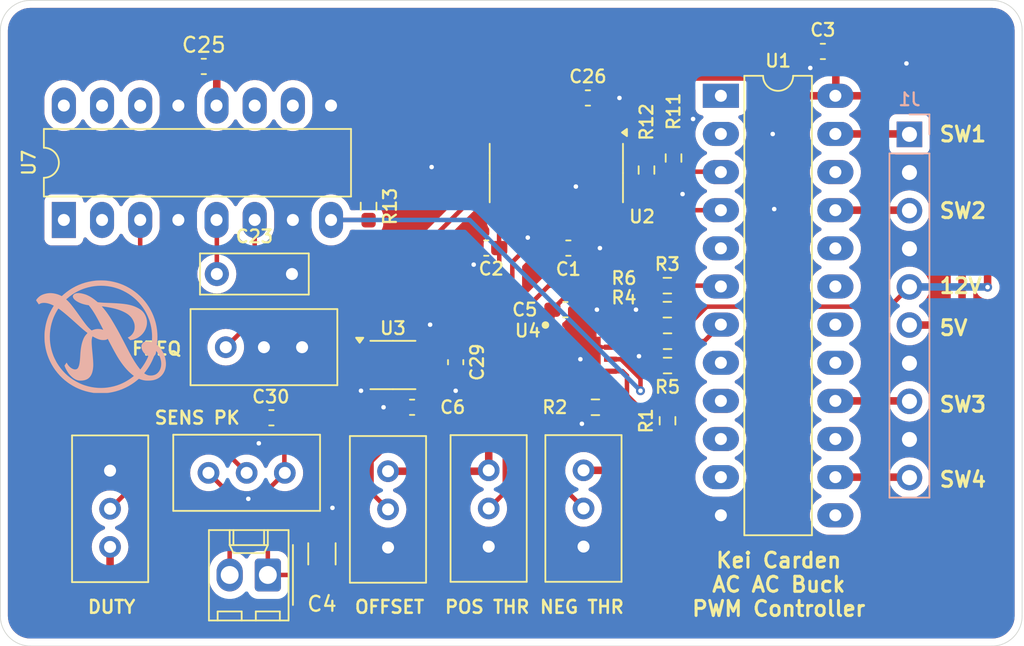
<source format=kicad_pcb>
(kicad_pcb (version 20240108) (generator "pcbnew") (generator_version "8.0")
  (layers (0 "F.Cu" signal) (31 "B.Cu" signal) (34 "B.Paste" user) (35 "F.Paste" user) (36 "B.SilkS" user "B.Silkscreen") (37 "F.SilkS" user "F.Silkscreen") (38 "B.Mask" user) (39 "F.Mask" user) (44 "Edge.Cuts" user))
  (net 0 "")
  (net 1 "GND")
  (net 2 "+12V")
  (net 3 "+5V")
  (net 4 "/PWM")
  (net 5 "Net-(U7-CT)")
  (net 6 "Net-(U7-RT)")
  (net 7 "Net-(U7-FB)")
  (net 8 "/PWMB_1")
  (net 9 "/PWMB_2")
  (net 10 "/PWMA_2")
  (net 11 "/NEG_SIG")
  (net 12 "/PWMA_1")
  (net 13 "/POS_SIG")
  (net 14 "Net-(U2C-+)")
  (net 15 "Net-(U2D--)")
  (net 16 "/VOLT_SIGNAL")
  (net 17 "Net-(U3B-+)")
  (net 18 "/enable")
  (net 19 "Net-(U4-RDT)")
  (net 22 "/PWM_2")
  (net 24 "/PWM_1")
  (net 25 "/VOLT_SIGNAL_BUFF")
  (net 45 "Net-(U4-HO)")
  (net 46 "Net-(U4-LO)")
  (net 47 "Net-(J6-Pin_2)")
  (net 48 "Net-(J6-Pin_1)")
  (footprint "Capacitor_SMD:C_0603_1608Metric_Pad1.08x0.95mm_HandSolder" (layer "F.Cu") (at 132.0375 102.8 180)
    (property "Reference" "C30" (at 0.0375 1.4 360) (layer "F.SilkS") (effects (font (size 0.85 0.85))))
    (property "Value" "100n")
    (pad "1" smd roundrect (at -0.8625 0 180) (size 1.075 0.95) (layers "F.Cu" "F.Paste" "F.Mask") (net 48 "Net-(J6-Pin_1)"))
    (pad "2" smd roundrect (at 0.8625 0 180) (size 1.075 0.95) (layers "F.Cu" "F.Paste" "F.Mask") (net 1 "GND"))
  )
  (footprint "Capacitor_SMD:C_0603_1608Metric_Pad1.08x0.95mm_HandSolder" (layer "F.Cu") (at 151.6 95.6 180)
    (property "Reference" "C5" (at 2.7 0 360) (layer "F.SilkS") (effects (font (size 0.85 0.85))))
    (property "Value" "1u")
    (pad "1" smd roundrect (at -0.8625 0 180) (size 1.075 0.95) (layers "F.Cu" "F.Paste" "F.Mask") (net 1 "GND"))
    (pad "2" smd roundrect (at 0.8625 0 180) (size 1.075 0.95) (layers "F.Cu" "F.Paste" "F.Mask") (net 2 "+12V"))
  )
  (footprint "Capacitor_SMD:C_0603_1608Metric_Pad1.08x0.95mm_HandSolder" (layer "F.Cu") (at 168.7375 78.4)
    (property "Reference" "C3" (at 0 -1.43 0) (layer "F.SilkS") (effects (font (size 0.85 0.85))))
    (property "Value" "100n")
    (pad "1" smd roundrect (at -0.8625 0) (size 1.075 0.95) (layers "F.Cu" "F.Paste" "F.Mask") (net 1 "GND"))
    (pad "2" smd roundrect (at 0.8625 0) (size 1.075 0.95) (layers "F.Cu" "F.Paste" "F.Mask") (net 3 "+5V"))
  )
  (footprint "logo:logo" (layer "F.Cu") (at 120.407023 98.59219)
    (property "Reference" "G***" (hide yes))
    (property "Value" "LOGO" (hide yes))
  )
  (footprint "Resistor_SMD:R_0603_1608Metric_Pad0.98x0.95mm_HandSolder" (layer "F.Cu") (at 157 86.3 -90)
    (property "Reference" "R12" (at -3.2 0 90) (layer "F.SilkS") (effects (font (size 0.85 0.85))))
    (property "Value" "1k")
    (pad "1" smd roundrect (at -0.9125 0 270) (size 0.975 0.95) (layers "F.Cu" "F.Paste" "F.Mask") (net 3 "+5V"))
    (pad "2" smd roundrect (at 0.9125 0 270) (size 0.975 0.95) (layers "F.Cu" "F.Paste" "F.Mask") (net 11 "/NEG_SIG"))
  )
  (footprint "Resistor_SMD:R_0603_1608Metric_Pad0.98x0.95mm_HandSolder" (layer "F.Cu") (at 158.4 99.32 180)
    (property "Reference" "R5" (at 0 -1.43 360) (layer "F.SilkS") (effects (font (size 0.85 0.85))))
    (property "Value" "EN")
    (pad "1" smd roundrect (at -0.9125 0 180) (size 0.975 0.95) (layers "F.Cu" "F.Paste" "F.Mask") (net 22 "/PWM_2"))
    (pad "2" smd roundrect (at 0.9125 0 180) (size 0.975 0.95) (layers "F.Cu" "F.Paste" "F.Mask") (net 1 "GND"))
  )
  (footprint "Resistor_SMD:R_0603_1608Metric_Pad0.98x0.95mm_HandSolder" (layer "F.Cu") (at 153.6 102.1 180)
    (property "Reference" "R2" (at 2.7 0 360) (layer "F.SilkS") (effects (font (size 0.85 0.85))))
    (property "Value" "R")
    (pad "1" smd roundrect (at -0.9125 0 180) (size 0.975 0.95) (layers "F.Cu" "F.Paste" "F.Mask") (net 19 "Net-(U4-RDT)"))
    (pad "2" smd roundrect (at 0.9125 0 180) (size 0.975 0.95) (layers "F.Cu" "F.Paste" "F.Mask") (net 1 "GND"))
  )
  (footprint "Capacitor_SMD:C_0603_1608Metric_Pad1.08x0.95mm_HandSolder" (layer "F.Cu") (at 146.3375 91.5 180)
    (property "Reference" "C2" (at -0.3325 -1.375 360) (layer "F.SilkS") (effects (font (size 0.85 0.85))))
    (property "Value" "1u")
    (pad "1" smd roundrect (at -0.8625 0 180) (size 1.075 0.95) (layers "F.Cu" "F.Paste" "F.Mask") (net 15 "Net-(U2D--)"))
    (pad "2" smd roundrect (at 0.8625 0 180) (size 1.075 0.95) (layers "F.Cu" "F.Paste" "F.Mask") (net 1 "GND"))
  )
  (footprint "Potentiometer_THT:Potentiometer_Bourns_3296W_Vertical" (layer "F.Cu") (at 139.8 111.44 -90)
    (property "Reference" "OFFSET1" (hide yes))
    (property "Value" "10k")
    (property "Description" "OFFSET" (at 3.96 -0.1 0) (layer "F.SilkS") (effects (font (size 0.85 0.85) (thickness 0.17) (bold yes))))
    (pad "1" thru_hole circle (at 0 0 270) (size 1.44 1.44) (drill 0.8) (layers "*.Cu" "*.Mask") (net 1 "GND"))
    (pad "2" thru_hole circle (at -2.54 0 270) (size 1.44 1.44) (drill 0.8) (layers "*.Cu" "*.Mask") (net 17 "Net-(U3B-+)"))
    (pad "3" thru_hole circle (at -5.08 0 270) (size 1.44 1.44) (drill 0.8) (layers "*.Cu" "*.Mask") (net 3 "+5V"))
  )
  (footprint "Potentiometer_THT:Potentiometer_Bourns_3296W_Vertical" (layer "F.Cu") (at 152.81 111.38 -90)
    (property "Reference" "NEG_THRESH1" (hide yes))
    (property "Value" "10k")
    (property "Description" "NEG THR" (at 4.02 0.11 0) (layer "F.SilkS") (effects (font (size 0.85 0.85) (thickness 0.17) (bold yes))))
    (pad "1" thru_hole circle (at 0 0 270) (size 1.44 1.44) (drill 0.8) (layers "*.Cu" "*.Mask") (net 1 "GND"))
    (pad "2" thru_hole circle (at -2.54 0 270) (size 1.44 1.44) (drill 0.8) (layers "*.Cu" "*.Mask") (net 14 "Net-(U2C-+)"))
    (pad "3" thru_hole circle (at -5.08 0 270) (size 1.44 1.44) (drill 0.8) (layers "*.Cu" "*.Mask") (net 3 "+5V"))
  )
  (footprint "Capacitor_THT:C_Rect_L7.0mm_W2.5mm_P5.00mm" (layer "F.Cu") (at 128.405 93.225)
    (property "Reference" "C23" (at 2.5 -2.5 360) (layer "F.SilkS") (effects (font (size 0.85 0.85))))
    (property "Value" "10n")
    (pad "1" thru_hole circle (at 0 0) (size 1.6 1.6) (drill 0.8) (layers "*.Cu" "*.Mask") (net 5 "Net-(U7-CT)"))
    (pad "2" thru_hole circle (at 5 0) (size 1.6 1.6) (drill 0.8) (layers "*.Cu" "*.Mask") (net 1 "GND"))
  )
  (footprint "Potentiometer_THT:Potentiometer_Bourns_3296W_Vertical" (layer "F.Cu") (at 127.85 106.47 180)
    (property "Reference" "AC_VOLT_SIG1" (hide yes))
    (property "Value" "10k")
    (property "Description" "SENS PK" (at 0.75 3.67 0) (layer "F.SilkS") (effects (font (size 0.85 0.85) (thickness 0.17) (bold yes))))
    (pad "1" thru_hole circle (at 0 0 180) (size 1.44 1.44) (drill 0.8) (layers "*.Cu" "*.Mask") (net 47 "Net-(J6-Pin_2)"))
    (pad "2" thru_hole circle (at -2.54 0 180) (size 1.44 1.44) (drill 0.8) (layers "*.Cu" "*.Mask") (net 16 "/VOLT_SIGNAL"))
    (pad "3" thru_hole circle (at -5.08 0 180) (size 1.44 1.44) (drill 0.8) (layers "*.Cu" "*.Mask") (net 48 "Net-(J6-Pin_1)"))
  )
  (footprint "Capacitor_SMD:C_0603_1608Metric_Pad1.08x0.95mm_HandSolder" (layer "F.Cu") (at 144.3 99.1 -90)
    (property "Reference" "C29" (at 0 -1.43 90) (layer "F.SilkS") (effects (font (size 0.85 0.85))))
    (property "Value" "100n")
    (pad "1" smd roundrect (at -0.8625 0 270) (size 1.075 0.95) (layers "F.Cu" "F.Paste" "F.Mask") (net 3 "+5V"))
    (pad "2" smd roundrect (at 0.8625 0 270) (size 1.075 0.95) (layers "F.Cu" "F.Paste" "F.Mask") (net 1 "GND"))
  )
  (footprint "Potentiometer_THT:Potentiometer_Bourns_3296W_Vertical" (layer "F.Cu") (at 121.3 106.32 90)
    (property "Reference" "DUTY1" (hide yes))
    (property "Value" "50k")
    (property "Description" "DUTY" (at -9.08 0.1 0) (layer "F.SilkS") (effects (font (size 0.85 0.85) (thickness 0.17) (bold yes))))
    (pad "1" thru_hole circle (at 0 0 90) (size 1.44 1.44) (drill 0.8) (layers "*.Cu" "*.Mask") (net 1 "GND"))
    (pad "2" thru_hole circle (at -2.54 0 90) (size 1.44 1.44) (drill 0.8) (layers "*.Cu" "*.Mask") (net 7 "Net-(U7-FB)"))
    (pad "3" thru_hole circle (at -5.08 0 90) (size 1.44 1.44) (drill 0.8) (layers "*.Cu" "*.Mask") (net 3 "+5V"))
  )
  (footprint "Capacitor_SMD:C_0603_1608Metric_Pad1.08x0.95mm_HandSolder" (layer "F.Cu") (at 153.1 81.5)
    (property "Reference" "C26" (at 0 -1.43 0) (layer "F.SilkS") (effects (font (size 0.85 0.85))))
    (property "Value" "100n")
    (pad "1" smd roundrect (at -0.8625 0) (size 1.075 0.95) (layers "F.Cu" "F.Paste" "F.Mask") (net 3 "+5V"))
    (pad "2" smd roundrect (at 0.8625 0) (size 1.075 0.95) (layers "F.Cu" "F.Paste" "F.Mask") (net 1 "GND"))
  )
  (footprint "Package_DIP:DIP-16_W7.62mm_LongPads" (layer "F.Cu") (at 118.225 89.625 90)
    (property "Reference" "U7" (at 3.81 -2.33 90) (layer "F.SilkS") (effects (font (size 0.85 0.85))))
    (property "Value" "TL494")
    (pad "1" thru_hole rect (at 0 0 90) (size 2.4 1.6) (drill 0.8) (layers "*.Cu" "*.Mask"))
    (pad "2" thru_hole oval (at 0 2.54 90) (size 2.4 1.6) (drill 0.8) (layers "*.Cu" "*.Mask"))
    (pad "3" thru_hole oval (at 0 5.08 90) (size 2.4 1.6) (drill 0.8) (layers "*.Cu" "*.Mask") (net 7 "Net-(U7-FB)"))
    (pad "4" thru_hole oval (at 0 7.62 90) (size 2.4 1.6) (drill 0.8) (layers "*.Cu" "*.Mask") (net 1 "GND"))
    (pad "5" thru_hole oval (at 0 10.16 90) (size 2.4 1.6) (drill 0.8) (layers "*.Cu" "*.Mask") (net 5 "Net-(U7-CT)"))
    (pad "6" thru_hole oval (at 0 12.7 90) (size 2.4 1.6) (drill 0.8) (layers "*.Cu" "*.Mask") (net 6 "Net-(U7-RT)"))
    (pad "7" thru_hole oval (at 0 15.24 90) (size 2.4 1.6) (drill 0.8) (layers "*.Cu" "*.Mask") (net 1 "GND"))
    (pad "8" thru_hole oval (at 0 17.78 90) (size 2.4 1.6) (drill 0.8) (layers "*.Cu" "*.Mask") (net 4 "/PWM"))
    (pad "9" thru_hole oval (at 7.62 17.78 90) (size 2.4 1.6) (drill 0.8) (layers "*.Cu" "*.Mask") (net 1 "GND"))
    (pad "10" thru_hole oval (at 7.62 15.24 90) (size 2.4 1.6) (drill 0.8) (layers "*.Cu" "*.Mask"))
    (pad "11" thru_hole oval (at 7.62 12.7 90) (size 2.4 1.6) (drill 0.8) (layers "*.Cu" "*.Mask"))
    (pad "12" thru_hole oval (at 7.62 10.16 90) (size 2.4 1.6) (drill 0.8) (layers "*.Cu" "*.Mask") (net 2 "+12V"))
    (pad "13" thru_hole oval (at 7.62 7.62 90) (size 2.4 1.6) (drill 0.8) (layers "*.Cu" "*.Mask") (net 1 "GND"))
    (pad "14" thru_hole oval (at 7.62 5.08 90) (size 2.4 1.6) (drill 0.8) (layers "*.Cu" "*.Mask"))
    (pad "15" thru_hole oval (at 7.62 2.54 90) (size 2.4 1.6) (drill 0.8) (layers "*.Cu" "*.Mask"))
    (pad "16" thru_hole oval (at 7.62 0 90) (size 2.4 1.6) (drill 0.8) (layers "*.Cu" "*.Mask"))
  )
  (footprint "Resistor_SMD:R_0603_1608Metric_Pad0.98x0.95mm_HandSolder" (layer "F.Cu") (at 158.3875 94)
    (property "Reference" "R3" (at 0 -1.43 0) (layer "F.SilkS") (effects (font (size 0.85 0.85))))
    (property "Value" "R")
    (pad "1" smd roundrect (at -0.9125 0) (size 0.975 0.95) (layers "F.Cu" "F.Paste" "F.Mask") (net 45 "Net-(U4-HO)"))
    (pad "2" smd roundrect (at 0.9125 0) (size 0.975 0.95) (layers "F.Cu" "F.Paste" "F.Mask") (net 24 "/PWM_1"))
  )
  (footprint "Resistor_SMD:R_0603_1608Metric_Pad0.98x0.95mm_HandSolder" (layer "F.Cu") (at 158.3875 95.6 180)
    (property "Reference" "R6" (at 2.8875 2.1 360) (layer "F.SilkS") (effects (font (size 0.85 0.85))))
    (property "Value" "EN")
    (pad "1" smd roundrect (at -0.9125 0 180) (size 0.975 0.95) (layers "F.Cu" "F.Paste" "F.Mask") (net 24 "/PWM_1"))
    (pad "2" smd roundrect (at 0.9125 0 180) (size 0.975 0.95) (layers "F.Cu" "F.Paste" "F.Mask") (net 1 "GND"))
  )
  (footprint "Resistor_SMD:R_0603_1608Metric_Pad0.98x0.95mm_HandSolder" (layer "F.Cu") (at 138.505 88.725 -90)
    (property "Reference" "R13" (at 0 -1.43 90) (layer "F.SilkS") (effects (font (size 0.85 0.85))))
    (property "Value" "1k")
    (pad "1" smd roundrect (at -0.9125 0 270) (size 0.975 0.95) (layers "F.Cu" "F.Paste" "F.Mask") (net 3 "+5V"))
    (pad "2" smd roundrect (at 0.9125 0 270) (size 0.975 0.95) (layers "F.Cu" "F.Paste" "F.Mask") (net 4 "/PWM"))
  )
  (footprint "Package_DIP:DIP-24_W7.62mm_LongPads" (layer "F.Cu") (at 161.95 81.355)
    (property "Reference" "U1" (at 3.81 -2.33 0) (layer "F.SilkS") (effects (font (size 0.85 0.85))))
    (property "Value" "ATF22V10BQL")
    (pad "1" thru_hole rect (at 0 0) (size 2.4 1.6) (drill 0.8) (layers "*.Cu" "*.Mask"))
    (pad "2" thru_hole oval (at 0 2.54) (size 2.4 1.6) (drill 0.8) (layers "*.Cu" "*.Mask"))
    (pad "3" thru_hole oval (at 0 5.08) (size 2.4 1.6) (drill 0.8) (layers "*.Cu" "*.Mask") (net 13 "/POS_SIG"))
    (pad "4" thru_hole oval (at 0 7.62) (size 2.4 1.6) (drill 0.8) (layers "*.Cu" "*.Mask") (net 11 "/NEG_SIG"))
    (pad "5" thru_hole oval (at 0 10.16) (size 2.4 1.6) (drill 0.8) (layers "*.Cu" "*.Mask"))
    (pad "6" thru_hole oval (at 0 12.7) (size 2.4 1.6) (drill 0.8) (layers "*.Cu" "*.Mask") (net 24 "/PWM_1"))
    (pad "7" thru_hole oval (at 0 15.24) (size 2.4 1.6) (drill 0.8) (layers "*.Cu" "*.Mask") (net 22 "/PWM_2"))
    (pad "8" thru_hole oval (at 0 17.78) (size 2.4 1.6) (drill 0.8) (layers "*.Cu" "*.Mask"))
    (pad "9" thru_hole oval (at 0 20.32) (size 2.4 1.6) (drill 0.8) (layers "*.Cu" "*.Mask"))
    (pad "10" thru_hole oval (at 0 22.86) (size 2.4 1.6) (drill 0.8) (layers "*.Cu" "*.Mask"))
    (pad "11" thru_hole oval (at 0 25.4) (size 2.4 1.6) (drill 0.8) (layers "*.Cu" "*.Mask"))
    (pad "12" thru_hole oval (at 0 27.94) (size 2.4 1.6) (drill 0.8) (layers "*.Cu" "*.Mask") (net 1 "GND"))
    (pad "13" thru_hole oval (at 7.62 27.94) (size 2.4 1.6) (drill 0.8) (layers "*.Cu" "*.Mask"))
    (pad "14" thru_hole oval (at 7.62 25.4) (size 2.4 1.6) (drill 0.8) (layers "*.Cu" "*.Mask") (net 9 "/PWMB_2"))
    (pad "15" thru_hole oval (at 7.62 22.86) (size 2.4 1.6) (drill 0.8) (layers "*.Cu" "*.Mask"))
    (pad "16" thru_hole oval (at 7.62 20.32) (size 2.4 1.6) (drill 0.8) (layers "*.Cu" "*.Mask") (net 10 "/PWMA_2"))
    (pad "17" thru_hole oval (at 7.62 17.78) (size 2.4 1.6) (drill 0.8) (layers "*.Cu" "*.Mask"))
    (pad "18" thru_hole oval (at 7.62 15.24) (size 2.4 1.6) (drill 0.8) (layers "*.Cu" "*.Mask"))
    (pad "19" thru_hole oval (at 7.62 12.7) (size 2.4 1.6) (drill 0.8) (layers "*.Cu" "*.Mask"))
    (pad "20" thru_hole oval (at 7.62 10.16) (size 2.4 1.6) (drill 0.8) (layers "*.Cu" "*.Mask"))
    (pad "21" thru_hole oval (at 7.62 7.62) (size 2.4 1.6) (drill 0.8) (layers "*.Cu" "*.Mask") (net 8 "/PWMB_1"))
    (pad "22" thru_hole oval (at 7.62 5.08) (size 2.4 1.6) (drill 0.8) (layers "*.Cu" "*.Mask"))
    (pad "23" thru_hole oval (at 7.62 2.54) (size 2.4 1.6) (drill 0.8) (layers "*.Cu" "*.Mask") (net 12 "/PWMA_1"))
    (pad "24" thru_hole oval (at 7.62 0) (size 2.4 1.6) (drill 0.8) (layers "*.Cu" "*.Mask") (net 3 "+5V"))
  )
  (footprint "Package_SO:SOIC-14_3.9x8.7mm_P1.27mm" (layer "F.Cu") (at 151 86.5 -90)
    (property "Reference" "U2" (at 2.9 -5.7 180) (layer "F.SilkS") (effects (font (size 0.85 0.85))))
    (property "Value" "LM339")
    (pad "1" smd roundrect (at -2.475 -3.81 270) (size 1.95 0.6) (layers "F.Cu" "F.Paste" "F.Mask"))
    (pad "2" smd roundrect (at -2.475 -2.54 270) (size 1.95 0.6) (layers "F.Cu" "F.Paste" "F.Mask"))
    (pad "3" smd roundrect (at -2.475 -1.27 270) (size 1.95 0.6) (layers "F.Cu" "F.Paste" "F.Mask") (net 3 "+5V"))
    (pad "4" smd roundrect (at -2.475 0 270) (size 1.95 0.6) (layers "F.Cu" "F.Paste" "F.Mask"))
    (pad "5" smd roundrect (at -2.475 1.27 270) (size 1.95 0.6) (layers "F.Cu" "F.Paste" "F.Mask"))
    (pad "6" smd roundrect (at -2.475 2.54 270) (size 1.95 0.6) (layers "F.Cu" "F.Paste" "F.Mask"))
    (pad "7" smd roundrect (at -2.475 3.81 270) (size 1.95 0.6) (layers "F.Cu" "F.Paste" "F.Mask"))
    (pad "8" smd roundrect (at 2.475 3.81 270) (size 1.95 0.6) (layers "F.Cu" "F.Paste" "F.Mask") (net 15 "Net-(U2D--)"))
    (pad "9" smd roundrect (at 2.475 2.54 270) (size 1.95 0.6) (layers "F.Cu" "F.Paste" "F.Mask") (net 25 "/VOLT_SIGNAL_BUFF"))
    (pad "10" smd roundrect (at 2.475 1.27 270) (size 1.95 0.6) (layers "F.Cu" "F.Paste" "F.Mask") (net 25 "/VOLT_SIGNAL_BUFF"))
    (pad "11" smd roundrect (at 2.475 0 270) (size 1.95 0.6) (layers "F.Cu" "F.Paste" "F.Mask") (net 14 "Net-(U2C-+)"))
    (pad "12" smd roundrect (at 2.475 -1.27 270) (size 1.95 0.6) (layers "F.Cu" "F.Paste" "F.Mask") (net 1 "GND"))
    (pad "13" smd roundrect (at 2.475 -2.54 270) (size 1.95 0.6) (layers "F.Cu" "F.Paste" "F.Mask") (net 13 "/POS_SIG"))
    (pad "14" smd roundrect (at 2.475 -3.81 270) (size 1.95 0.6) (layers "F.Cu" "F.Paste" "F.Mask") (net 11 "/NEG_SIG"))
  )
  (footprint "Resistor_SMD:R_0603_1608Metric_Pad0.98x0.95mm_HandSolder" (layer "F.Cu") (at 158.4 97.7)
    (property "Reference" "R4" (at -2.9 -2.9 0) (layer "F.SilkS") (effects (font (size 0.85 0.85))))
    (property "Value" "R")
    (pad "1" smd roundrect (at -0.9125 0) (size 0.975 0.95) (layers "F.Cu" "F.Paste" "F.Mask") (net 46 "Net-(U4-LO)"))
    (pad "2" smd roundrect (at 0.9125 0) (size 0.975 0.95) (layers "F.Cu" "F.Paste" "F.Mask") (net 22 "/PWM_2"))
  )
  (footprint "Resistor_SMD:R_0603_1608Metric_Pad0.98x0.95mm_HandSolder" (layer "F.Cu") (at 158.8 85.5 -90)
    (property "Reference" "R11" (at -3.1 0 90) (layer "F.SilkS") (effects (font (size 0.85 0.85))))
    (property "Value" "1k")
    (pad "1" smd roundrect (at -0.9125 0 270) (size 0.975 0.95) (layers "F.Cu" "F.Paste" "F.Mask") (net 3 "+5V"))
    (pad "2" smd roundrect (at 0.9125 0 270) (size 0.975 0.95) (layers "F.Cu" "F.Paste" "F.Mask") (net 13 "/POS_SIG"))
  )
  (footprint "Package_SO:VSSOP-8_3x3mm_P0.65mm" (layer "F.Cu") (at 140.125 99.285)
    (property "Reference" "U3" (at 0 -2.45 0) (layer "F.SilkS") (effects (font (size 0.85 0.85))))
    (property "Value" "LM258")
    (pad "1" smd roundrect (at -2.1125 -0.975) (size 1.625 0.5) (layers "F.Cu" "F.Paste" "F.Mask") (net 25 "/VOLT_SIGNAL_BUFF"))
    (pad "2" smd roundrect (at -2.1125 -0.325) (size 1.625 0.5) (layers "F.Cu" "F.Paste" "F.Mask") (net 25 "/VOLT_SIGNAL_BUFF"))
    (pad "3" smd roundrect (at -2.1125 0.325) (size 1.625 0.5) (layers "F.Cu" "F.Paste" "F.Mask") (net 16 "/VOLT_SIGNAL"))
    (pad "4" smd roundrect (at -2.1125 0.975) (size 1.625 0.5) (layers "F.Cu" "F.Paste" "F.Mask") (net 1 "GND"))
    (pad "5" smd roundrect (at 2.1125 0.975) (size 1.625 0.5) (layers "F.Cu" "F.Paste" "F.Mask") (net 17 "Net-(U3B-+)"))
    (pad "6" smd roundrect (at 2.1125 0.325) (size 1.625 0.5) (layers "F.Cu" "F.Paste" "F.Mask") (net 48 "Net-(J6-Pin_1)"))
    (pad "7" smd roundrect (at 2.1125 -0.325) (size 1.625 0.5) (layers "F.Cu" "F.Paste" "F.Mask") (net 48 "Net-(J6-Pin_1)"))
    (pad "8" smd roundrect (at 2.1125 -0.975) (size 1.625 0.5) (layers "F.Cu" "F.Paste" "F.Mask") (net 3 "+5V"))
  )
  (footprint "Potentiometer_THT:Potentiometer_Bourns_3296W_Vertical" (layer "F.Cu") (at 146.5 111.38 -90)
    (property "Reference" "POS_THRESH1" (hide yes))
    (property "Value" "10k")
    (property "Description" "POS THR" (at 4.02 0.1 0) (layer "F.SilkS") (effects (font (size 0.85 0.85) (thickness 0.17) (bold yes))))
    (pad "1" thru_hole circle (at 0 0 270) (size 1.44 1.44) (drill 0.8) (layers "*.Cu" "*.Mask") (net 1 "GND"))
    (pad "2" thru_hole circle (at -2.54 0 270) (size 1.44 1.44) (drill 0.8) (layers "*.Cu" "*.Mask") (net 15 "Net-(U2D--)"))
    (pad "3" thru_hole circle (at -5.08 0 270) (size 1.44 1.44) (drill 0.8) (layers "*.Cu" "*.Mask") (net 3 "+5V"))
  )
  (footprint "Capacitor_SMD:C_0603_1608Metric_Pad1.08x0.95mm_HandSolder" (layer "F.Cu") (at 151.8 91.5)
    (property "Reference" "C1" (at 0 1.4 360) (layer "F.SilkS") (effects (font (size 0.85 0.85))))
    (property "Value" "1u")
    (pad "1" smd roundrect (at -0.8625 0) (size 1.075 0.95) (layers "F.Cu" "F.Paste" "F.Mask") (net 14 "Net-(U2C-+)"))
    (pad "2" smd roundrect (at 0.8625 0) (size 1.075 0.95) (layers "F.Cu" "F.Paste" "F.Mask") (net 1 "GND"))
  )
  (footprint "Capacitor_SMD:C_0603_1608Metric_Pad1.08x0.95mm_HandSolder" (layer "F.Cu") (at 141.4 102.1 180)
    (property "Reference" "C6" (at -2.7 0 360) (layer "F.SilkS") (effects (font (size 0.85 0.85))))
    (property "Value" "100n")
    (pad "1" smd roundrect (at -0.8625 0 180) (size 1.075 0.95) (layers "F.Cu" "F.Paste" "F.Mask") (net 17 "Net-(U3B-+)"))
    (pad "2" smd roundrect (at 0.8625 0 180) (size 1.075 0.95) (layers "F.Cu" "F.Paste" "F.Mask") (net 1 "GND"))
  )
  (footprint "Resistor_SMD:R_0603_1608Metric_Pad0.98x0.95mm_HandSolder" (layer "F.Cu") (at 158.4 103 90)
    (property "Reference" "R1" (at 0 -1.43 90) (layer "F.SilkS") (effects (font (size 0.85 0.85))))
    (property "Value" "EN")
    (pad "1" smd roundrect (at -0.9125 0 90) (size 0.975 0.95) (layers "F.Cu" "F.Paste" "F.Mask") (net 3 "+5V"))
    (pad "2" smd roundrect (at 0.9125 0 90) (size 0.975 0.95) (layers "F.Cu" "F.Paste" "F.Mask") (net 18 "/enable"))
  )
  (footprint "Capacitor_SMD:C_0603_1608Metric_Pad1.08x0.95mm_HandSolder" (layer "F.Cu") (at 127.5375 79.4)
    (property "Reference" "C25" (at 0 -1.43 360) (layer "F.SilkS"))
    (property "Value" "100n")
    (pad "1" smd roundrect (at -0.8625 0) (size 1.075 0.95) (layers "F.Cu" "F.Paste" "F.Mask") (net 1 "GND"))
    (pad "2" smd roundrect (at 0.8625 0) (size 1.075 0.95) (layers "F.Cu" "F.Paste" "F.Mask") (net 2 "+12V"))
  )
  (footprint "Potentiometer_THT:Potentiometer_Bourns_3296W_Vertical" (layer "F.Cu") (at 129 98.1 180)
    (property "Reference" "FREQ1" (hide yes))
    (property "Value" "50k")
    (property "Description" "FREQ" (at 4.6 -0.1 0) (layer "F.SilkS") (effects (font (size 0.85 0.85) (thickness 0.17) (bold yes))))
    (pad "1" thru_hole circle (at 0 0 180) (size 1.44 1.44) (drill 0.8) (layers "*.Cu" "*.Mask") (net 6 "Net-(U7-RT)"))
    (pad "2" thru_hole circle (at -2.54 0 180) (size 1.44 1.44) (drill 0.8) (layers "*.Cu" "*.Mask") (net 1 "GND"))
    (pad "3" thru_hole circle (at -5.08 0 180) (size 1.44 1.44) (drill 0.8) (layers "*.Cu" "*.Mask") (net 1 "GND"))
  )
  (footprint "footprints:SON80P400X400X75-11N" (layer "F.Cu") (at 152.65 98.9)
    (property "Reference" "U4" (at -3.55 -1.9 360) (layer "F.SilkS") (effects (font (size 0.85 0.85))))
    (property "Value" "~" (hide yes))
    (pad "1" smd rect (at -1.95 -1.6 90) (size 0.35 0.85) (layers "F.Cu" "F.Paste" "F.Mask") (net 2 "+12V"))
    (pad "2" smd rect (at -1.95 -0.8 90) (size 0.35 0.85) (layers "F.Cu" "F.Paste" "F.Mask") (net 2 "+12V"))
    (pad "3" smd rect (at -1.95 0 90) (size 0.35 0.85) (layers "F.Cu" "F.Paste" "F.Mask") (net 45 "Net-(U4-HO)"))
    (pad "4" smd rect (at -1.95 0.8 90) (size 0.35 0.85) (layers "F.Cu" "F.Paste" "F.Mask") (net 1 "GND"))
    (pad "5" smd rect (at -1.95 1.6 90) (size 0.35 0.85) (layers "F.Cu" "F.Paste" "F.Mask"))
    (pad "6" smd rect (at 1.95 1.6 90) (size 0.35 0.85) (layers "F.Cu" "F.Paste" "F.Mask") (net 19 "Net-(U4-RDT)"))
    (pad "7" smd rect (at 1.95 0.8 90) (size 0.35 0.85) (layers "F.Cu" "F.Paste" "F.Mask") (net 18 "/enable"))
    (pad "8" smd rect (at 1.95 0 90) (size 0.35 0.85) (layers "F.Cu" "F.Paste" "F.Mask") (net 4 "/PWM"))
    (pad "9" smd rect (at 1.95 -0.8 90) (size 0.35 0.85) (layers "F.Cu" "F.Paste" "F.Mask") (net 1 "GND"))
    (pad "10" smd rect (at 1.95 -1.6 90) (size 0.35 0.85) (layers "F.Cu" "F.Paste" "F.Mask") (net 46 "Net-(U4-LO)"))
    (pad "11" smd rect (at 0 0) (size 2.6 3) (layers "F.Cu" "F.Paste" "F.Mask") (net 1 "GND"))
  )
  (footprint "Connector_Molex:Molex_KK-254_AE-6410-02A_1x02_P2.54mm_Vertical" (layer "F.Cu") (at 131.8 113.27 180)
    (property "Reference" "J6" (hide yes))
    (property "Value" "12V_TRANS")
    (pad "1" thru_hole roundrect (at 0 0 180) (size 1.74 2.19) (drill 1.19) (layers "*.Cu" "*.Mask") (roundrect_rratio 0.143678) (net 48 "Net-(J6-Pin_1)"))
    (pad "2" thru_hole oval (at 2.54 0 180) (size 1.74 2.19) (drill 1.19) (layers "*.Cu" "*.Mask") (net 47 "Net-(J6-Pin_2)"))
  )
  (footprint "Capacitor_SMD:C_1206_3216Metric_Pad1.33x1.80mm_HandSolder" (layer "F.Cu") (at 135.4 111.8625 90)
    (property "Reference" "C4" (at -3.3375 0 0) (layer "F.SilkS"))
    (property "Value" "100n")
    (pad "1" smd roundrect (at -1.5625 0 90) (size 1.325 1.8) (layers "F.Cu" "F.Paste" "F.Mask") (roundrect_rratio 0.188679) (net 48 "Net-(J6-Pin_1)"))
    (pad "2" smd roundrect (at 1.5625 0 90) (size 1.325 1.8) (layers "F.Cu" "F.Paste" "F.Mask") (roundrect_rratio 0.188679) (net 1 "GND"))
  )
  (footprint "Connector_PinHeader_2.54mm:PinHeader_1x10_P2.54mm_Vertical" (layer "B.Cu") (at 174.5 83.925 180)
    (property "Reference" "J1" (at 0 2.33 0) (layer "B.SilkS") (effects (font (size 0.85 0.85)) (justify mirror)))
    (property "Value" "Control_Board_Conn")
    (pad "1" thru_hole rect (at 0 0 180) (size 1.7 1.7) (drill 1) (layers "*.Cu" "*.Mask") (net 12 "/PWMA_1"))
    (pad "2" thru_hole oval (at 0 -2.54 180) (size 1.7 1.7) (drill 1) (layers "*.Cu" "*.Mask") (net 1 "GND"))
    (pad "3" thru_hole oval (at 0 -5.08 180) (size 1.7 1.7) (drill 1) (layers "*.Cu" "*.Mask") (net 8 "/PWMB_1"))
    (pad "4" thru_hole oval (at 0 -7.62 180) (size 1.7 1.7) (drill 1) (layers "*.Cu" "*.Mask") (net 1 "GND"))
    (pad "5" thru_hole oval (at 0 -10.16 180) (size 1.7 1.7) (drill 1) (layers "*.Cu" "*.Mask") (net 2 "+12V"))
    (pad "6" thru_hole oval (at 0 -12.7 180) (size 1.7 1.7) (drill 1) (layers "*.Cu" "*.Mask") (net 3 "+5V"))
    (pad "7" thru_hole oval (at 0 -15.24 180) (size 1.7 1.7) (drill 1) (layers "*.Cu" "*.Mask") (net 1 "GND"))
    (pad "8" thru_hole oval (at 0 -17.78 180) (size 1.7 1.7) (drill 1) (layers "*.Cu" "*.Mask") (net 10 "/PWMA_2"))
    (pad "9" thru_hole oval (at 0 -20.32 180) (size 1.7 1.7) (drill 1) (layers "*.Cu" "*.Mask") (net 1 "GND"))
    (pad "10" thru_hole oval (at 0 -22.86 180) (size 1.7 1.7) (drill 1) (layers "*.Cu" "*.Mask") (net 9 "/PWMB_2"))
  )
  (gr_line (start 182 77) (end 182 116) (stroke (width 0.05)) (layer "Edge.Cuts"))
  (gr_arc (start 182 116) (mid 181.414214 117.414214) (end 180 118) (stroke (width 0.05)) (layer "Edge.Cuts"))
  (gr_arc (start 180 75) (mid 181.414214 75.585786) (end 182 77) (stroke (width 0.05)) (layer "Edge.Cuts"))
  (gr_line (start 180 118) (end 116 118) (stroke (width 0.05)) (layer "Edge.Cuts"))
  (gr_arc (start 116 118) (mid 114.585786 117.414214) (end 114 116) (stroke (width 0.05)) (layer "Edge.Cuts"))
  (gr_line (start 116 75) (end 180 75) (stroke (width 0.05)) (layer "Edge.Cuts"))
  (gr_arc (start 114 77) (mid 114.585786 75.585786) (end 116 75) (stroke (width 0.05)) (layer "Edge.Cuts"))
  (gr_line (start 114 116) (end 114 77) (stroke (width 0.05)) (layer "Edge.Cuts"))
  (gr_text "SW4" (at 176.4 107.5 0) (layer "F.SilkS") (effects (font (size 1 1) (thickness 0.2) (bold yes)) (justify left bottom)))
  (gr_text "5V\n" (at 176.4 97.4 0) (layer "F.SilkS") (effects (font (size 1 1) (thickness 0.2) (bold yes)) (justify left bottom)))
  (gr_text "12V" (at 176.4 94.6 0) (layer "F.SilkS") (effects (font (size 1 1) (thickness 0.2) (bold yes)) (justify left bottom)))
  (gr_text "SW1" (at 176.4 84.5 0) (layer "F.SilkS") (effects (font (size 1 1) (thickness 0.2) (bold yes)) (justify left bottom)))
  (gr_text "SW3" (at 176.4 102.5 0) (layer "F.SilkS") (effects (font (size 1 1) (thickness 0.2) (bold yes)) (justify left bottom)))
  (gr_text "SW2" (at 176.4 89.6 0) (layer "F.SilkS") (effects (font (size 1 1) (thickness 0.2) (bold yes)) (justify left bottom)))
  (gr_text "Kei Carden\nAC AC Buck\nPWM Controller" (at 165.8 116.1 0) (layer "F.SilkS") (effects (font (size 1 1) (thickness 0.2) (bold yes)) (justify bottom)))
  (via (at 130.5 108.2) (size 0.6) (drill 0.3) (layers "F.Cu" "B.Cu") (net 1))
  (via (at 174.3 79.2) (size 0.6) (drill 0.3) (layers "F.Cu" "B.Cu") (net 1))
  (via (at 131.2 104.5) (size 0.6) (drill 0.3) (layers "F.Cu" "B.Cu") (net 1))
  (via (at 167.9 79.5) (size 0.6) (drill 0.3) (layers "F.Cu" "B.Cu") (net 1))
  (via (at 165.5 88.9) (size 0.6) (drill 0.3) (layers "F.Cu" "B.Cu") (net 1))
  (via (at 153.7 95.6) (size 0.6) (drill 0.3) (layers "F.Cu" "B.Cu") (net 1))
  (via (at 142.6 96.6) (size 0.6) (drill 0.3) (layers "F.Cu" "B.Cu") (net 1))
  (via (at 156.5 98.7) (size 0.6) (drill 0.3) (layers "F.Cu" "B.Cu") (net 1))
  (via (at 138 101) (size 0.6) (drill 0.3) (layers "F.Cu" "B.Cu") (net 1))
  (via (at 152.3 87.4) (size 0.6) (drill 0.3) (layers "F.Cu" "B.Cu") (net 1))
  (via (at 149.1 90.8) (size 0.6) (drill 0.3) (layers "F.Cu" "B.Cu") (net 1))
  (via (at 145.5 92.6) (size 0.6) (drill 0.3) (layers "F.Cu" "B.Cu") (net 1))
  (via (at 160.1 82.9) (size 0.6) (drill 0.3) (layers "F.Cu" "B.Cu") (net 1))
  (via (at 156.3 95.6) (size 0.6) (drill 0.3) (layers "F.Cu" "B.Cu") (net 1))
  (via (at 142.7 86.1) (size 0.6) (drill 0.3) (layers "F.Cu" "B.Cu") (net 1))
  (via (at 139.5 102.1) (size 0.6) (drill 0.3) (layers "F.Cu" "B.Cu") (net 1))
  (via (at 144.3 101) (size 0.6) (drill 0.3) (layers "F.Cu" "B.Cu") (net 1))
  (via (at 155.2 81.5) (size 0.6) (drill 0.3) (layers "F.Cu" "B.Cu") (net 1))
  (via (at 165.4 83.9) (size 0.6) (drill 0.3) (layers "F.Cu" "B.Cu") (net 1))
  (via (at 153.9 91.5) (size 0.6) (drill 0.3) (layers "F.Cu" "B.Cu") (net 1))
  (via (at 159.4 87.9) (size 0.6) (drill 0.3) (layers "F.Cu" "B.Cu") (net 1))
  (via (at 136.1 108.8) (size 0.6) (drill 0.3) (layers "F.Cu" "B.Cu") (net 1))
  (via (at 152.6 98.9) (size 0.6) (drill 0.3) (layers "F.Cu" "B.Cu") (net 1))
  (via (at 152.7 103.2) (size 0.6) (drill 0.3) (layers "F.Cu" "B.Cu") (net 1))
  (segment (start 179.7 80.3) (end 179.7 94.1) (width 0.5) (layer "F.Cu") (net 2))
  (segment (start 151.6375 94.7) (end 153.8 94.7) (width 0.3) (layer "F.Cu") (net 2))
  (segment (start 153.8 94.7) (end 155.8 96.7) (width 0.3) (layer "F.Cu") (net 2))
  (segment (start 150.7375 95.6) (end 151.6375 94.7) (width 0.3) (layer "F.Cu") (net 2))
  (segment (start 150.7375 97.2625) (end 150.7 97.3) (width 0.3) (layer "F.Cu") (net 2))
  (segment (start 128.4 78.33) (end 128.4 79.4) (width 0.5) (layer "F.Cu") (net 2))
  (segment (start 155.8 96.7) (end 159.7 96.7) (width 0.3) (layer "F.Cu") (net 2))
  (segment (start 150.7 97.3) (end 150.7 98.1) (width 0.3) (layer "F.Cu") (net 2))
  (segment (start 176.875 77.475) (end 179.7 80.3) (width 0.5) (layer "F.Cu") (net 2))
  (segment (start 128.4 81.99) (end 128.385 82.005) (width 0.5) (layer "F.Cu") (net 2))
  (segment (start 173.185 95.4) (end 174.5 94.085) (width 0.3) (layer "F.Cu") (net 2))
  (segment (start 150.7375 95.6) (end 150.7375 97.2625) (width 0.3) (layer "F.Cu") (net 2))
  (segment (start 128.4 79.4) (end 128.4 81.99) (width 0.5) (layer "F.Cu") (net 2))
  (segment (start 128.385 78.315) (end 128.4 78.33) (width 0.5) (layer "F.Cu") (net 2))
  (segment (start 161 95.4) (end 173.185 95.4) (width 0.3) (layer "F.Cu") (net 2))
  (segment (start 159.7 96.7) (end 161 95.4) (width 0.3) (layer "F.Cu") (net 2))
  (segment (start 128.385 78.315) (end 129.225 77.475) (width 0.5) (layer "F.Cu") (net 2))
  (segment (start 129.225 77.475) (end 176.875 77.475) (width 0.5) (layer "F.Cu") (net 2))
  (via (at 179.7 94.1) (size 0.6) (drill 0.3) (layers "F.Cu" "B.Cu") (net 2))
  (segment (start 179.685 94.085) (end 174.5 94.085) (width 0.5) (layer "B.Cu") (net 2))
  (segment (start 179.7 94.1) (end 179.685 94.085) (width 0.5) (layer "B.Cu") (net 2))
  (segment (start 169.6 81.325) (end 169.57 81.355) (width 0.5) (layer "F.Cu") (net 3))
  (segment (start 158.4 106.3) (end 152.81 106.3) (width 0.5) (layer "F.Cu") (net 3))
  (segment (start 146.5 99.3) (end 145.46 98.26) (width 0.5) (layer "F.Cu") (net 3))
  (segment (start 138.505 84.295) (end 142.6325 80.1675) (width 0.5) (layer "F.Cu") (net 3))
  (segment (start 157.8 84.5875) (end 157 85.3875) (width 0.5) (layer "F.Cu") (net 3))
  (segment (start 158.8 84.5875) (end 157.8 84.5875) (width 0.5) (layer "F.Cu") (net 3))
  (segment (start 178 96.625) (end 174.5 96.625) (width 0.5) (layer "F.Cu") (net 3))
  (segment (start 178 82) (end 178 95.6) (width 0.5) (layer "F.Cu") (net 3))
  (segment (start 146.5 106.3) (end 146.5 99.3) (width 0.5) (layer "F.Cu") (net 3))
  (segment (start 155.9 115.4) (end 175.2 115.4) (width 0.5) (layer "F.Cu") (net 3))
  (segment (start 152.2375 80.1675) (end 152.2375 81.5) (width 0.5) (layer "F.Cu") (net 3))
  (segment (start 158.4 106.3) (end 158.4 103.9125) (width 0.5) (layer "F.Cu") (net 3))
  (segment (start 169.6 78.4) (end 169.6 81.325) (width 0.5) (layer "F.Cu") (net 3))
  (segment (start 121.3 113.6) (end 123.1 115.4) (width 0.5) (layer "F.Cu") (net 3))
  (segment (start 139.8 106.36) (end 143.1 106.36) (width 0.5) (layer "F.Cu") (net 3))
  (segment (start 165.105 80.105) (end 159.695 80.105) (width 0.5) (layer "F.Cu") (net 3))
  (segment (start 178 95.6) (end 178 96.625) (width 0.5) (layer "F.Cu") (net 3))
  (segment (start 169.57 81.355) (end 177.355 81.355) (width 0.5) (layer "F.Cu") (net 3))
  (segment (start 169.57 81.355) (end 166.355 81.355) (width 0.5) (layer "F.Cu") (net 3))
  (segment (start 143.1 115.3) (end 143.2 115.4) (width 0.5) (layer "F.Cu") (net 3))
  (segment (start 145.46 98.26) (end 142.2875 98.26) (width 0.5) (layer "F.Cu") (net 3))
  (segment (start 159.695 80.105) (end 152.3 80.105) (width 0.5) (layer "F.Cu") (net 3))
  (segment (start 143.2 115.4) (end 144.2 115.4) (width 0.5) (layer "F.Cu") (net 3))
  (segment (start 158.8 80.105) (end 158.8 84.5875) (width 0.5) (layer "F.Cu") (net 3))
  (segment (start 155.9 115.4) (end 158.4 115.4) (width 0.5) (layer "F.Cu") (net 3))
  (segment (start 177.355 81.355) (end 178 82) (width 0.5) (layer "F.Cu") (net 3))
  (segment (start 144.2 115.4) (end 155.9 115.4) (width 0.5) (layer "F.Cu") (net 3))
  (segment (start 152.2375 83.9925) (end 152.27 84.025) (width 0.5) (layer "F.Cu") (net 3))
  (segment (start 143.1 106.36) (end 143.1 115.3) (width 0.5) (layer "F.Cu") (net 3))
  (segment (start 123.1 115.4) (end 144.2 115.4) (width 0.5) (layer "F.Cu") (net 3))
  (segment (start 142.6325 80.1675) (end 152.2375 80.1675) (width 0.5) (layer "F.Cu") (net 3))
  (segment (start 146.44 106.36) (end 146.5 106.3) (width 0.5) (layer "F.Cu") (net 3))
  (segment (start 166.355 81.355) (end 165.105 80.105) (width 0.5) (layer "F.Cu") (net 3))
  (segment (start 175.2 115.4) (end 178 112.6) (width 0.5) (layer "F.Cu") (net 3))
  (segment (start 142.2 98.2725) (end 142.2375 98.31) (width 0.3) (layer "F.Cu") (net 3))
  (segment (start 158.4 115.4) (end 158.4 106.3) (width 0.5) (layer "F.Cu") (net 3))
  (segment (start 152.2375 81.5) (end 152.2375 83.9925) (width 0.5) (layer "F.Cu") (net 3))
  (segment (start 152.3 80.105) (end 152.2375 80.1675) (width 0.5) (layer "F.Cu") (net 3))
  (segment (start 143.1 106.36) (end 146.44 106.36) (width 0.5) (layer "F.Cu") (net 3))
  (segment (start 159.695 80.105) (end 158.8 80.105) (width 0.5) (layer "F.Cu") (net 3))
  (segment (start 178 112.6) (end 178 95.6) (width 0.5) (layer "F.Cu") (net 3))
  (segment (start 138.505 87.8125) (end 138.505 84.295) (width 0.5) (layer "F.Cu") (net 3))
  (segment (start 121.3 111.4) (end 121.3 113.6) (width 0.5) (layer "F.Cu") (net 3))
  (segment (start 156.6 100.192893) (end 155.307107 98.9) (width 0.3) (layer "F.Cu") (net 4))
  (segment (start 138.4925 89.625) (end 138.505 89.6375) (width 0.3) (layer "F.Cu") (net 4))
  (segment (start 156.6 101) (end 156.6 100.192893) (width 0.3) (layer "F.Cu") (net 4))
  (segment (start 155.307107 98.9) (end 154.6 98.9) (width 0.3) (layer "F.Cu") (net 4))
  (segment (start 136.005 89.625) (end 138.4925 89.625) (width 0.3) (layer "F.Cu") (net 4))
  (via (at 156.6 101) (size 0.6) (drill 0.3) (layers "F.Cu" "B.Cu") (net 4))
  (segment (start 145.225 89.625) (end 156.6 101) (width 0.3) (layer "B.Cu") (net 4))
  (segment (start 136.005 89.625) (end 145.225 89.625) (width 0.3) (layer "B.Cu") (net 4))
  (segment (start 128.405 89.645) (end 128.385 89.625) (width 0.3) (layer "F.Cu") (net 5))
  (segment (start 128.405 93.225) (end 128.405 89.645) (width 0.3) (layer "F.Cu") (net 5))
  (segment (start 130.925 96.175) (end 129 98.1) (width 0.3) (layer "F.Cu") (net 6))
  (segment (start 130.925 89.625) (end 130.925 96.175) (width 0.3) (layer "F.Cu") (net 6))
  (segment (start 123.305 106.855) (end 123.305 89.625) (width 0.3) (layer "F.Cu") (net 7))
  (segment (start 121.3 108.86) (end 123.305 106.855) (width 0.3) (layer "F.Cu") (net 7))
  (segment (start 174.47 88.975) (end 174.5 89.005) (width 0.3) (layer "F.Cu") (net 8))
  (segment (start 169.57 88.975) (end 174.47 88.975) (width 0.5) (layer "F.Cu") (net 8))
  (segment (start 174.455 106.755) (end 174.5 106.8) (width 0.3) (layer "F.Cu") (net 9))
  (segment (start 169.57 106.755) (end 174.455 106.755) (width 0.5) (layer "F.Cu") (net 9))
  (segment (start 174.47 101.675) (end 174.5 101.705) (width 0.3) (layer "F.Cu") (net 10))
  (segment (start 169.57 101.675) (end 174.47 101.675) (width 0.5) (layer "F.Cu") (net 10))
  (segment (start 154.81 88.975) (end 157 88.975) (width 0.3) (layer "F.Cu") (net 11))
  (segment (start 157 87.2125) (end 157 88.975) (width 0.3) (layer "F.Cu") (net 11))
  (segment (start 157 88.975) (end 161.95 88.975) (width 0.3) (layer "F.Cu") (net 11))
  (segment (start 169.57 83.895) (end 174.47 83.895) (width 0.5) (layer "F.Cu") (net 12))
  (segment (start 174.47 83.895) (end 174.5 83.925) (width 0.3) (layer "F.Cu") (net 12))
  (segment (start 158.8 86.4125) (end 161.9275 86.4125) (width 0.3) (layer "F.Cu") (net 13))
  (segment (start 158.8 86.4125) (end 158.7625 86.375) (width 0.3) (layer "F.Cu") (net 13))
  (segment (start 153.54 87.66) (end 153.54 88.975) (width 0.3) (layer "F.Cu") (net 13))
  (segment (start 154.825 86.375) (end 153.54 87.66) (width 0.3) (layer "F.Cu") (net 13))
  (segment (start 161.9275 86.4125) (end 161.95 86.435) (width 0.3) (layer "F.Cu") (net 13))
  (segment (start 158.7625 86.375) (end 154.825 86.375) (width 0.3) (layer "F.Cu") (net 13))
  (segment (start 148.07 104.07) (end 152.81 108.81) (width 0.3) (layer "F.Cu") (net 14))
  (segment (start 150.9375 91.5) (end 149 91.5) (width 0.3) (layer "F.Cu") (net 14))
  (segment (start 151 88.975) (end 151 91.4375) (width 0.3) (layer "F.Cu") (net 14))
  (segment (start 148.07 92.43) (end 148.07 104.07) (width 0.3) (layer "F.Cu") (net 14))
  (segment (start 151 91.4375) (end 150.9375 91.5) (width 0.3) (layer "F.Cu") (net 14))
  (segment (start 152.81 108.81) (end 152.81 108.84) (width 0.3) (layer "F.Cu") (net 14))
  (segment (start 149 91.5) (end 148.07 92.43) (width 0.3) (layer "F.Cu") (net 14))
  (segment (start 147.57 107.77) (end 146.5 108.84) (width 0.3) (layer "F.Cu") (net 15))
  (segment (start 147.19 88.975) (end 147.19 91.49) (width 0.3) (layer "F.Cu") (net 15))
  (segment (start 147.57 93.415) (end 147.57 107.77) (width 0.3) (layer "F.Cu") (net 15))
  (segment (start 147.19 91.49) (end 147.2 91.5) (width 0.3) (layer "F.Cu") (net 15))
  (segment (start 147.2 93.045) (end 147.57 93.415) (width 0.3) (layer "F.Cu") (net 15))
  (segment (start 147.2 91.5) (end 147.2 93.045) (width 0.3) (layer "F.Cu") (net 15))
  (segment (start 130.54 99.61) (end 128.85 101.3) (width 0.3) (layer "F.Cu") (net 16))
  (segment (start 130.39 106.47) (end 128.85 104.93) (width 0.3) (layer "F.Cu") (net 16))
  (segment (start 128.85 104.93) (end 128.85 101.3) (width 0.3) (layer "F.Cu") (net 16))
  (segment (start 136.59 99.61) (end 138.0125 99.61) (width 0.3) (layer "F.Cu") (net 16))
  (segment (start 136.59 99.61) (end 130.54 99.61) (width 0.3) (layer "F.Cu") (net 16))
  (segment (start 139.8 108.9) (end 138.7 107.8) (width 0.3) (layer "F.Cu") (net 17))
  (segment (start 138.7 107.8) (end 138.7 105.7) (width 0.3) (layer "F.Cu") (net 17))
  (segment (start 138.7 105.7) (end 142.2375 102.1625) (width 0.3) (layer "F.Cu") (net 17))
  (segment (start 142.2375 102.1625) (end 142.2375 100.26) (width 0.3) (layer "F.Cu") (net 17))
  (segment (start 155.7 100) (end 155.7 101.3) (width 0.3) (layer "F.Cu") (net 18))
  (segment (start 156.4875 102.0875) (end 158.4 102.0875) (width 0.3) (layer "F.Cu") (net 18))
  (segment (start 158.4 102.0875) (end 158.4 101.8125) (width 0.3) (layer "F.Cu") (net 18))
  (segment (start 155.4 99.7) (end 155.7 100) (width 0.3) (layer "F.Cu") (net 18))
  (segment (start 155.7 101.3) (end 156.4875 102.0875) (width 0.3) (layer "F.Cu") (net 18))
  (segment (start 154.6 99.7) (end 155.4 99.7) (width 0.3) (layer "F.Cu") (net 18))
  (segment (start 154.6 102.0125) (end 154.5125 102.1) (width 0.3) (layer "F.Cu") (net 19))
  (segment (start 154.6 100.5) (end 154.6 102.0125) (width 0.3) (layer "F.Cu") (net 19))
  (segment (start 159.3125 97.7) (end 159.3125 99.32) (width 0.3) (layer "F.Cu") (net 22))
  (segment (start 160.845 97.7) (end 159.3125 97.7) (width 0.3) (layer "F.Cu") (net 22))
  (segment (start 161.95 96.595) (end 160.845 97.7) (width 0.3) (layer "F.Cu") (net 22))
  (segment (start 161.895 94) (end 161.95 94.055) (width 0.3) (layer "F.Cu") (net 24))
  (segment (start 159.3 94) (end 159.3 95.6) (width 0.3) (layer "F.Cu") (net 24))
  (segment (start 159.3 94) (end 161.895 94) (width 0.3) (layer "F.Cu") (net 24))
  (segment (start 138 95.6) (end 138 98.2975) (width 0.3) (layer "F.Cu") (net 25))
  (segment (start 138.0125 98.31) (end 138.0125 98.96) (width 0.3) (layer "F.Cu") (net 25))
  (segment (start 138 98.2975) (end 138.0125 98.31) (width 0.3) (layer "F.Cu") (net 25))
  (segment (start 148.46 88.975) (end 148.46 87.96) (width 0.3) (layer "F.Cu") (net 25))
  (segment (start 148.46 87.96) (end 148.15 87.65) (width 0.3) (layer "F.Cu") (net 25))
  (segment (start 145.95 87.65) (end 138 95.6) (width 0.3) (layer "F.Cu") (net 25))
  (segment (start 148.46 88.975) (end 149.73 88.975) (width 0.3) (layer "F.Cu") (net 25))
  (segment (start 148.15 87.65) (end 145.95 87.65) (width 0.3) (layer "F.Cu") (net 25))
  (segment (start 149.5 95) (end 149.5 98.6) (width 0.3) (layer "F.Cu") (net 45))
  (segment (start 149.8 98.9) (end 150.7 98.9) (width 0.3) (layer "F.Cu") (net 45))
  (segment (start 150.5 94) (end 149.5 95) (width 0.3) (layer "F.Cu") (net 45))
  (segment (start 157.475 94) (end 150.5 94) (width 0.3) (layer "F.Cu") (net 45))
  (segment (start 149.5 98.6) (end 149.8 98.9) (width 0.3) (layer "F.Cu") (net 45))
  (segment (start 157.3875 97.6) (end 157.4875 97.7) (width 0.3) (layer "F.Cu") (net 46))
  (segment (start 154.6 97.3) (end 156.2 97.3) (width 0.3) (layer "F.Cu") (net 46))
  (segment (start 156.2 97.3) (end 156.5 97.6) (width 0.3) (layer "F.Cu") (net 46))
  (segment (start 156.5 97.6) (end 157.3875 97.6) (width 0.3) (layer "F.Cu") (net 46))
  (segment (start 129.26 113.27) (end 129.26 107.88) (width 0.3) (layer "F.Cu") (net 47))
  (segment (start 129.26 107.88) (end 127.85 106.47) (width 0.3) (layer "F.Cu") (net 47))
  (segment (start 131.8 113.27) (end 131.8 107.6) (width 0.3) (layer "F.Cu") (net 48))
  (segment (start 140.59 99.61) (end 137.4 102.8) (width 0.3) (layer "F.Cu") (net 48))
  (segment (start 142.2375 99.61) (end 140.59 99.61) (width 0.3) (layer "F.Cu") (net 48))
  (segment (start 135.245 113.27) (end 135.4 113.425) (width 0.3) (layer "F.Cu") (net 48))
  (segment (start 142.2375 98.96) (end 142.2375 99.61) (width 0.3) (layer "F.Cu") (net 48))
  (segment (start 137.4 102.8) (end 132.9 102.8) (width 0.3) (layer "F.Cu") (net 48))
  (segment (start 132.9 102.8) (end 132.9 106.44) (width 0.3) (layer "F.Cu") (net 48))
  (segment (start 131.8 107.6) (end 132.93 106.47) (width 0.3) (layer "F.Cu") (net 48))
  (segment (start 132.9 106.44) (end 132.93 106.47) (width 0.3) (layer "F.Cu") (net 48))
  (segment (start 131.8 113.27) (end 135.245 113.27) (width 0.3) (layer "F.Cu") (net 48))
  (zone (net 1) (net_name "GND") (layers "F&B.Cu") (connect_pads yes (clearance 0.5)) (min_thickness 0.25) (fill yes (thermal_gap 0.5) (thermal_bridge_width 0.5))
    (polygon (pts (xy 114 75) (xy 182 75) (xy 182 118) (xy 114 118)))
  )
)
</source>
